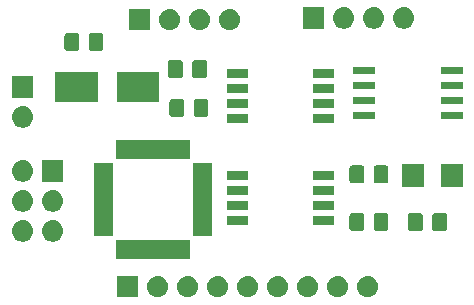
<source format=gbr>
G04 #@! TF.GenerationSoftware,KiCad,Pcbnew,(5.1.4)-1*
G04 #@! TF.CreationDate,2019-10-17T13:45:54+02:00*
G04 #@! TF.ProjectId,Project3_ArduinoClone,50726f6a-6563-4743-935f-41726475696e,v1*
G04 #@! TF.SameCoordinates,Original*
G04 #@! TF.FileFunction,Soldermask,Top*
G04 #@! TF.FilePolarity,Negative*
%FSLAX46Y46*%
G04 Gerber Fmt 4.6, Leading zero omitted, Abs format (unit mm)*
G04 Created by KiCad (PCBNEW (5.1.4)-1) date 2019-10-17 13:45:54*
%MOMM*%
%LPD*%
G04 APERTURE LIST*
%ADD10C,0.100000*%
G04 APERTURE END LIST*
D10*
G36*
X108822442Y-143758518D02*
G01*
X108888627Y-143765037D01*
X109058466Y-143816557D01*
X109214991Y-143900222D01*
X109250729Y-143929552D01*
X109352186Y-144012814D01*
X109435448Y-144114271D01*
X109464778Y-144150009D01*
X109548443Y-144306534D01*
X109599963Y-144476373D01*
X109617359Y-144653000D01*
X109599963Y-144829627D01*
X109548443Y-144999466D01*
X109464778Y-145155991D01*
X109435448Y-145191729D01*
X109352186Y-145293186D01*
X109250729Y-145376448D01*
X109214991Y-145405778D01*
X109058466Y-145489443D01*
X108888627Y-145540963D01*
X108822443Y-145547481D01*
X108756260Y-145554000D01*
X108667740Y-145554000D01*
X108601557Y-145547481D01*
X108535373Y-145540963D01*
X108365534Y-145489443D01*
X108209009Y-145405778D01*
X108173271Y-145376448D01*
X108071814Y-145293186D01*
X107988552Y-145191729D01*
X107959222Y-145155991D01*
X107875557Y-144999466D01*
X107824037Y-144829627D01*
X107806641Y-144653000D01*
X107824037Y-144476373D01*
X107875557Y-144306534D01*
X107959222Y-144150009D01*
X107988552Y-144114271D01*
X108071814Y-144012814D01*
X108173271Y-143929552D01*
X108209009Y-143900222D01*
X108365534Y-143816557D01*
X108535373Y-143765037D01*
X108601558Y-143758518D01*
X108667740Y-143752000D01*
X108756260Y-143752000D01*
X108822442Y-143758518D01*
X108822442Y-143758518D01*
G37*
G36*
X106282442Y-143758518D02*
G01*
X106348627Y-143765037D01*
X106518466Y-143816557D01*
X106674991Y-143900222D01*
X106710729Y-143929552D01*
X106812186Y-144012814D01*
X106895448Y-144114271D01*
X106924778Y-144150009D01*
X107008443Y-144306534D01*
X107059963Y-144476373D01*
X107077359Y-144653000D01*
X107059963Y-144829627D01*
X107008443Y-144999466D01*
X106924778Y-145155991D01*
X106895448Y-145191729D01*
X106812186Y-145293186D01*
X106710729Y-145376448D01*
X106674991Y-145405778D01*
X106518466Y-145489443D01*
X106348627Y-145540963D01*
X106282443Y-145547481D01*
X106216260Y-145554000D01*
X106127740Y-145554000D01*
X106061557Y-145547481D01*
X105995373Y-145540963D01*
X105825534Y-145489443D01*
X105669009Y-145405778D01*
X105633271Y-145376448D01*
X105531814Y-145293186D01*
X105448552Y-145191729D01*
X105419222Y-145155991D01*
X105335557Y-144999466D01*
X105284037Y-144829627D01*
X105266641Y-144653000D01*
X105284037Y-144476373D01*
X105335557Y-144306534D01*
X105419222Y-144150009D01*
X105448552Y-144114271D01*
X105531814Y-144012814D01*
X105633271Y-143929552D01*
X105669009Y-143900222D01*
X105825534Y-143816557D01*
X105995373Y-143765037D01*
X106061558Y-143758518D01*
X106127740Y-143752000D01*
X106216260Y-143752000D01*
X106282442Y-143758518D01*
X106282442Y-143758518D01*
G37*
G36*
X89293000Y-145554000D02*
G01*
X87491000Y-145554000D01*
X87491000Y-143752000D01*
X89293000Y-143752000D01*
X89293000Y-145554000D01*
X89293000Y-145554000D01*
G37*
G36*
X91042442Y-143758518D02*
G01*
X91108627Y-143765037D01*
X91278466Y-143816557D01*
X91434991Y-143900222D01*
X91470729Y-143929552D01*
X91572186Y-144012814D01*
X91655448Y-144114271D01*
X91684778Y-144150009D01*
X91768443Y-144306534D01*
X91819963Y-144476373D01*
X91837359Y-144653000D01*
X91819963Y-144829627D01*
X91768443Y-144999466D01*
X91684778Y-145155991D01*
X91655448Y-145191729D01*
X91572186Y-145293186D01*
X91470729Y-145376448D01*
X91434991Y-145405778D01*
X91278466Y-145489443D01*
X91108627Y-145540963D01*
X91042443Y-145547481D01*
X90976260Y-145554000D01*
X90887740Y-145554000D01*
X90821557Y-145547481D01*
X90755373Y-145540963D01*
X90585534Y-145489443D01*
X90429009Y-145405778D01*
X90393271Y-145376448D01*
X90291814Y-145293186D01*
X90208552Y-145191729D01*
X90179222Y-145155991D01*
X90095557Y-144999466D01*
X90044037Y-144829627D01*
X90026641Y-144653000D01*
X90044037Y-144476373D01*
X90095557Y-144306534D01*
X90179222Y-144150009D01*
X90208552Y-144114271D01*
X90291814Y-144012814D01*
X90393271Y-143929552D01*
X90429009Y-143900222D01*
X90585534Y-143816557D01*
X90755373Y-143765037D01*
X90821558Y-143758518D01*
X90887740Y-143752000D01*
X90976260Y-143752000D01*
X91042442Y-143758518D01*
X91042442Y-143758518D01*
G37*
G36*
X93582442Y-143758518D02*
G01*
X93648627Y-143765037D01*
X93818466Y-143816557D01*
X93974991Y-143900222D01*
X94010729Y-143929552D01*
X94112186Y-144012814D01*
X94195448Y-144114271D01*
X94224778Y-144150009D01*
X94308443Y-144306534D01*
X94359963Y-144476373D01*
X94377359Y-144653000D01*
X94359963Y-144829627D01*
X94308443Y-144999466D01*
X94224778Y-145155991D01*
X94195448Y-145191729D01*
X94112186Y-145293186D01*
X94010729Y-145376448D01*
X93974991Y-145405778D01*
X93818466Y-145489443D01*
X93648627Y-145540963D01*
X93582443Y-145547481D01*
X93516260Y-145554000D01*
X93427740Y-145554000D01*
X93361557Y-145547481D01*
X93295373Y-145540963D01*
X93125534Y-145489443D01*
X92969009Y-145405778D01*
X92933271Y-145376448D01*
X92831814Y-145293186D01*
X92748552Y-145191729D01*
X92719222Y-145155991D01*
X92635557Y-144999466D01*
X92584037Y-144829627D01*
X92566641Y-144653000D01*
X92584037Y-144476373D01*
X92635557Y-144306534D01*
X92719222Y-144150009D01*
X92748552Y-144114271D01*
X92831814Y-144012814D01*
X92933271Y-143929552D01*
X92969009Y-143900222D01*
X93125534Y-143816557D01*
X93295373Y-143765037D01*
X93361558Y-143758518D01*
X93427740Y-143752000D01*
X93516260Y-143752000D01*
X93582442Y-143758518D01*
X93582442Y-143758518D01*
G37*
G36*
X98662442Y-143758518D02*
G01*
X98728627Y-143765037D01*
X98898466Y-143816557D01*
X99054991Y-143900222D01*
X99090729Y-143929552D01*
X99192186Y-144012814D01*
X99275448Y-144114271D01*
X99304778Y-144150009D01*
X99388443Y-144306534D01*
X99439963Y-144476373D01*
X99457359Y-144653000D01*
X99439963Y-144829627D01*
X99388443Y-144999466D01*
X99304778Y-145155991D01*
X99275448Y-145191729D01*
X99192186Y-145293186D01*
X99090729Y-145376448D01*
X99054991Y-145405778D01*
X98898466Y-145489443D01*
X98728627Y-145540963D01*
X98662443Y-145547481D01*
X98596260Y-145554000D01*
X98507740Y-145554000D01*
X98441557Y-145547481D01*
X98375373Y-145540963D01*
X98205534Y-145489443D01*
X98049009Y-145405778D01*
X98013271Y-145376448D01*
X97911814Y-145293186D01*
X97828552Y-145191729D01*
X97799222Y-145155991D01*
X97715557Y-144999466D01*
X97664037Y-144829627D01*
X97646641Y-144653000D01*
X97664037Y-144476373D01*
X97715557Y-144306534D01*
X97799222Y-144150009D01*
X97828552Y-144114271D01*
X97911814Y-144012814D01*
X98013271Y-143929552D01*
X98049009Y-143900222D01*
X98205534Y-143816557D01*
X98375373Y-143765037D01*
X98441558Y-143758518D01*
X98507740Y-143752000D01*
X98596260Y-143752000D01*
X98662442Y-143758518D01*
X98662442Y-143758518D01*
G37*
G36*
X101202442Y-143758518D02*
G01*
X101268627Y-143765037D01*
X101438466Y-143816557D01*
X101594991Y-143900222D01*
X101630729Y-143929552D01*
X101732186Y-144012814D01*
X101815448Y-144114271D01*
X101844778Y-144150009D01*
X101928443Y-144306534D01*
X101979963Y-144476373D01*
X101997359Y-144653000D01*
X101979963Y-144829627D01*
X101928443Y-144999466D01*
X101844778Y-145155991D01*
X101815448Y-145191729D01*
X101732186Y-145293186D01*
X101630729Y-145376448D01*
X101594991Y-145405778D01*
X101438466Y-145489443D01*
X101268627Y-145540963D01*
X101202443Y-145547481D01*
X101136260Y-145554000D01*
X101047740Y-145554000D01*
X100981557Y-145547481D01*
X100915373Y-145540963D01*
X100745534Y-145489443D01*
X100589009Y-145405778D01*
X100553271Y-145376448D01*
X100451814Y-145293186D01*
X100368552Y-145191729D01*
X100339222Y-145155991D01*
X100255557Y-144999466D01*
X100204037Y-144829627D01*
X100186641Y-144653000D01*
X100204037Y-144476373D01*
X100255557Y-144306534D01*
X100339222Y-144150009D01*
X100368552Y-144114271D01*
X100451814Y-144012814D01*
X100553271Y-143929552D01*
X100589009Y-143900222D01*
X100745534Y-143816557D01*
X100915373Y-143765037D01*
X100981558Y-143758518D01*
X101047740Y-143752000D01*
X101136260Y-143752000D01*
X101202442Y-143758518D01*
X101202442Y-143758518D01*
G37*
G36*
X103742442Y-143758518D02*
G01*
X103808627Y-143765037D01*
X103978466Y-143816557D01*
X104134991Y-143900222D01*
X104170729Y-143929552D01*
X104272186Y-144012814D01*
X104355448Y-144114271D01*
X104384778Y-144150009D01*
X104468443Y-144306534D01*
X104519963Y-144476373D01*
X104537359Y-144653000D01*
X104519963Y-144829627D01*
X104468443Y-144999466D01*
X104384778Y-145155991D01*
X104355448Y-145191729D01*
X104272186Y-145293186D01*
X104170729Y-145376448D01*
X104134991Y-145405778D01*
X103978466Y-145489443D01*
X103808627Y-145540963D01*
X103742443Y-145547481D01*
X103676260Y-145554000D01*
X103587740Y-145554000D01*
X103521557Y-145547481D01*
X103455373Y-145540963D01*
X103285534Y-145489443D01*
X103129009Y-145405778D01*
X103093271Y-145376448D01*
X102991814Y-145293186D01*
X102908552Y-145191729D01*
X102879222Y-145155991D01*
X102795557Y-144999466D01*
X102744037Y-144829627D01*
X102726641Y-144653000D01*
X102744037Y-144476373D01*
X102795557Y-144306534D01*
X102879222Y-144150009D01*
X102908552Y-144114271D01*
X102991814Y-144012814D01*
X103093271Y-143929552D01*
X103129009Y-143900222D01*
X103285534Y-143816557D01*
X103455373Y-143765037D01*
X103521558Y-143758518D01*
X103587740Y-143752000D01*
X103676260Y-143752000D01*
X103742442Y-143758518D01*
X103742442Y-143758518D01*
G37*
G36*
X96122442Y-143758518D02*
G01*
X96188627Y-143765037D01*
X96358466Y-143816557D01*
X96514991Y-143900222D01*
X96550729Y-143929552D01*
X96652186Y-144012814D01*
X96735448Y-144114271D01*
X96764778Y-144150009D01*
X96848443Y-144306534D01*
X96899963Y-144476373D01*
X96917359Y-144653000D01*
X96899963Y-144829627D01*
X96848443Y-144999466D01*
X96764778Y-145155991D01*
X96735448Y-145191729D01*
X96652186Y-145293186D01*
X96550729Y-145376448D01*
X96514991Y-145405778D01*
X96358466Y-145489443D01*
X96188627Y-145540963D01*
X96122443Y-145547481D01*
X96056260Y-145554000D01*
X95967740Y-145554000D01*
X95901557Y-145547481D01*
X95835373Y-145540963D01*
X95665534Y-145489443D01*
X95509009Y-145405778D01*
X95473271Y-145376448D01*
X95371814Y-145293186D01*
X95288552Y-145191729D01*
X95259222Y-145155991D01*
X95175557Y-144999466D01*
X95124037Y-144829627D01*
X95106641Y-144653000D01*
X95124037Y-144476373D01*
X95175557Y-144306534D01*
X95259222Y-144150009D01*
X95288552Y-144114271D01*
X95371814Y-144012814D01*
X95473271Y-143929552D01*
X95509009Y-143900222D01*
X95665534Y-143816557D01*
X95835373Y-143765037D01*
X95901558Y-143758518D01*
X95967740Y-143752000D01*
X96056260Y-143752000D01*
X96122442Y-143758518D01*
X96122442Y-143758518D01*
G37*
G36*
X93677000Y-142288000D02*
G01*
X87425000Y-142288000D01*
X87425000Y-140686000D01*
X93677000Y-140686000D01*
X93677000Y-142288000D01*
X93677000Y-142288000D01*
G37*
G36*
X82152442Y-139059518D02*
G01*
X82218627Y-139066037D01*
X82388466Y-139117557D01*
X82544991Y-139201222D01*
X82580729Y-139230552D01*
X82682186Y-139313814D01*
X82765448Y-139415271D01*
X82794778Y-139451009D01*
X82878443Y-139607534D01*
X82929963Y-139777373D01*
X82947359Y-139954000D01*
X82929963Y-140130627D01*
X82878443Y-140300466D01*
X82794778Y-140456991D01*
X82765448Y-140492729D01*
X82682186Y-140594186D01*
X82580729Y-140677448D01*
X82544991Y-140706778D01*
X82388466Y-140790443D01*
X82218627Y-140841963D01*
X82152443Y-140848481D01*
X82086260Y-140855000D01*
X81997740Y-140855000D01*
X81931557Y-140848481D01*
X81865373Y-140841963D01*
X81695534Y-140790443D01*
X81539009Y-140706778D01*
X81503271Y-140677448D01*
X81401814Y-140594186D01*
X81318552Y-140492729D01*
X81289222Y-140456991D01*
X81205557Y-140300466D01*
X81154037Y-140130627D01*
X81136641Y-139954000D01*
X81154037Y-139777373D01*
X81205557Y-139607534D01*
X81289222Y-139451009D01*
X81318552Y-139415271D01*
X81401814Y-139313814D01*
X81503271Y-139230552D01*
X81539009Y-139201222D01*
X81695534Y-139117557D01*
X81865373Y-139066037D01*
X81931558Y-139059518D01*
X81997740Y-139053000D01*
X82086260Y-139053000D01*
X82152442Y-139059518D01*
X82152442Y-139059518D01*
G37*
G36*
X79612442Y-139059518D02*
G01*
X79678627Y-139066037D01*
X79848466Y-139117557D01*
X80004991Y-139201222D01*
X80040729Y-139230552D01*
X80142186Y-139313814D01*
X80225448Y-139415271D01*
X80254778Y-139451009D01*
X80338443Y-139607534D01*
X80389963Y-139777373D01*
X80407359Y-139954000D01*
X80389963Y-140130627D01*
X80338443Y-140300466D01*
X80254778Y-140456991D01*
X80225448Y-140492729D01*
X80142186Y-140594186D01*
X80040729Y-140677448D01*
X80004991Y-140706778D01*
X79848466Y-140790443D01*
X79678627Y-140841963D01*
X79612443Y-140848481D01*
X79546260Y-140855000D01*
X79457740Y-140855000D01*
X79391557Y-140848481D01*
X79325373Y-140841963D01*
X79155534Y-140790443D01*
X78999009Y-140706778D01*
X78963271Y-140677448D01*
X78861814Y-140594186D01*
X78778552Y-140492729D01*
X78749222Y-140456991D01*
X78665557Y-140300466D01*
X78614037Y-140130627D01*
X78596641Y-139954000D01*
X78614037Y-139777373D01*
X78665557Y-139607534D01*
X78749222Y-139451009D01*
X78778552Y-139415271D01*
X78861814Y-139313814D01*
X78963271Y-139230552D01*
X78999009Y-139201222D01*
X79155534Y-139117557D01*
X79325373Y-139066037D01*
X79391558Y-139059518D01*
X79457740Y-139053000D01*
X79546260Y-139053000D01*
X79612442Y-139059518D01*
X79612442Y-139059518D01*
G37*
G36*
X87152000Y-140413000D02*
G01*
X85550000Y-140413000D01*
X85550000Y-134161000D01*
X87152000Y-134161000D01*
X87152000Y-140413000D01*
X87152000Y-140413000D01*
G37*
G36*
X95552000Y-140413000D02*
G01*
X93950000Y-140413000D01*
X93950000Y-134161000D01*
X95552000Y-134161000D01*
X95552000Y-140413000D01*
X95552000Y-140413000D01*
G37*
G36*
X110318674Y-138445465D02*
G01*
X110356367Y-138456899D01*
X110391103Y-138475466D01*
X110421548Y-138500452D01*
X110446534Y-138530897D01*
X110465101Y-138565633D01*
X110476535Y-138603326D01*
X110481000Y-138648661D01*
X110481000Y-139735339D01*
X110476535Y-139780674D01*
X110465101Y-139818367D01*
X110446534Y-139853103D01*
X110421548Y-139883548D01*
X110391103Y-139908534D01*
X110356367Y-139927101D01*
X110318674Y-139938535D01*
X110273339Y-139943000D01*
X109436661Y-139943000D01*
X109391326Y-139938535D01*
X109353633Y-139927101D01*
X109318897Y-139908534D01*
X109288452Y-139883548D01*
X109263466Y-139853103D01*
X109244899Y-139818367D01*
X109233465Y-139780674D01*
X109229000Y-139735339D01*
X109229000Y-138648661D01*
X109233465Y-138603326D01*
X109244899Y-138565633D01*
X109263466Y-138530897D01*
X109288452Y-138500452D01*
X109318897Y-138475466D01*
X109353633Y-138456899D01*
X109391326Y-138445465D01*
X109436661Y-138441000D01*
X110273339Y-138441000D01*
X110318674Y-138445465D01*
X110318674Y-138445465D01*
G37*
G36*
X115271674Y-138445465D02*
G01*
X115309367Y-138456899D01*
X115344103Y-138475466D01*
X115374548Y-138500452D01*
X115399534Y-138530897D01*
X115418101Y-138565633D01*
X115429535Y-138603326D01*
X115434000Y-138648661D01*
X115434000Y-139735339D01*
X115429535Y-139780674D01*
X115418101Y-139818367D01*
X115399534Y-139853103D01*
X115374548Y-139883548D01*
X115344103Y-139908534D01*
X115309367Y-139927101D01*
X115271674Y-139938535D01*
X115226339Y-139943000D01*
X114389661Y-139943000D01*
X114344326Y-139938535D01*
X114306633Y-139927101D01*
X114271897Y-139908534D01*
X114241452Y-139883548D01*
X114216466Y-139853103D01*
X114197899Y-139818367D01*
X114186465Y-139780674D01*
X114182000Y-139735339D01*
X114182000Y-138648661D01*
X114186465Y-138603326D01*
X114197899Y-138565633D01*
X114216466Y-138530897D01*
X114241452Y-138500452D01*
X114271897Y-138475466D01*
X114306633Y-138456899D01*
X114344326Y-138445465D01*
X114389661Y-138441000D01*
X115226339Y-138441000D01*
X115271674Y-138445465D01*
X115271674Y-138445465D01*
G37*
G36*
X113221674Y-138445465D02*
G01*
X113259367Y-138456899D01*
X113294103Y-138475466D01*
X113324548Y-138500452D01*
X113349534Y-138530897D01*
X113368101Y-138565633D01*
X113379535Y-138603326D01*
X113384000Y-138648661D01*
X113384000Y-139735339D01*
X113379535Y-139780674D01*
X113368101Y-139818367D01*
X113349534Y-139853103D01*
X113324548Y-139883548D01*
X113294103Y-139908534D01*
X113259367Y-139927101D01*
X113221674Y-139938535D01*
X113176339Y-139943000D01*
X112339661Y-139943000D01*
X112294326Y-139938535D01*
X112256633Y-139927101D01*
X112221897Y-139908534D01*
X112191452Y-139883548D01*
X112166466Y-139853103D01*
X112147899Y-139818367D01*
X112136465Y-139780674D01*
X112132000Y-139735339D01*
X112132000Y-138648661D01*
X112136465Y-138603326D01*
X112147899Y-138565633D01*
X112166466Y-138530897D01*
X112191452Y-138500452D01*
X112221897Y-138475466D01*
X112256633Y-138456899D01*
X112294326Y-138445465D01*
X112339661Y-138441000D01*
X113176339Y-138441000D01*
X113221674Y-138445465D01*
X113221674Y-138445465D01*
G37*
G36*
X108268674Y-138445465D02*
G01*
X108306367Y-138456899D01*
X108341103Y-138475466D01*
X108371548Y-138500452D01*
X108396534Y-138530897D01*
X108415101Y-138565633D01*
X108426535Y-138603326D01*
X108431000Y-138648661D01*
X108431000Y-139735339D01*
X108426535Y-139780674D01*
X108415101Y-139818367D01*
X108396534Y-139853103D01*
X108371548Y-139883548D01*
X108341103Y-139908534D01*
X108306367Y-139927101D01*
X108268674Y-139938535D01*
X108223339Y-139943000D01*
X107386661Y-139943000D01*
X107341326Y-139938535D01*
X107303633Y-139927101D01*
X107268897Y-139908534D01*
X107238452Y-139883548D01*
X107213466Y-139853103D01*
X107194899Y-139818367D01*
X107183465Y-139780674D01*
X107179000Y-139735339D01*
X107179000Y-138648661D01*
X107183465Y-138603326D01*
X107194899Y-138565633D01*
X107213466Y-138530897D01*
X107238452Y-138500452D01*
X107268897Y-138475466D01*
X107303633Y-138456899D01*
X107341326Y-138445465D01*
X107386661Y-138441000D01*
X108223339Y-138441000D01*
X108268674Y-138445465D01*
X108268674Y-138445465D01*
G37*
G36*
X98597000Y-139441000D02*
G01*
X96795000Y-139441000D01*
X96795000Y-138689000D01*
X98597000Y-138689000D01*
X98597000Y-139441000D01*
X98597000Y-139441000D01*
G37*
G36*
X105897000Y-139441000D02*
G01*
X104095000Y-139441000D01*
X104095000Y-138689000D01*
X105897000Y-138689000D01*
X105897000Y-139441000D01*
X105897000Y-139441000D01*
G37*
G36*
X82152442Y-136519518D02*
G01*
X82218627Y-136526037D01*
X82388466Y-136577557D01*
X82544991Y-136661222D01*
X82580729Y-136690552D01*
X82682186Y-136773814D01*
X82765448Y-136875271D01*
X82794778Y-136911009D01*
X82878443Y-137067534D01*
X82929963Y-137237373D01*
X82947359Y-137414000D01*
X82929963Y-137590627D01*
X82878443Y-137760466D01*
X82794778Y-137916991D01*
X82765448Y-137952729D01*
X82682186Y-138054186D01*
X82580729Y-138137448D01*
X82544991Y-138166778D01*
X82388466Y-138250443D01*
X82218627Y-138301963D01*
X82152442Y-138308482D01*
X82086260Y-138315000D01*
X81997740Y-138315000D01*
X81931558Y-138308482D01*
X81865373Y-138301963D01*
X81695534Y-138250443D01*
X81539009Y-138166778D01*
X81503271Y-138137448D01*
X81401814Y-138054186D01*
X81318552Y-137952729D01*
X81289222Y-137916991D01*
X81205557Y-137760466D01*
X81154037Y-137590627D01*
X81136641Y-137414000D01*
X81154037Y-137237373D01*
X81205557Y-137067534D01*
X81289222Y-136911009D01*
X81318552Y-136875271D01*
X81401814Y-136773814D01*
X81503271Y-136690552D01*
X81539009Y-136661222D01*
X81695534Y-136577557D01*
X81865373Y-136526037D01*
X81931558Y-136519518D01*
X81997740Y-136513000D01*
X82086260Y-136513000D01*
X82152442Y-136519518D01*
X82152442Y-136519518D01*
G37*
G36*
X79612442Y-136519518D02*
G01*
X79678627Y-136526037D01*
X79848466Y-136577557D01*
X80004991Y-136661222D01*
X80040729Y-136690552D01*
X80142186Y-136773814D01*
X80225448Y-136875271D01*
X80254778Y-136911009D01*
X80338443Y-137067534D01*
X80389963Y-137237373D01*
X80407359Y-137414000D01*
X80389963Y-137590627D01*
X80338443Y-137760466D01*
X80254778Y-137916991D01*
X80225448Y-137952729D01*
X80142186Y-138054186D01*
X80040729Y-138137448D01*
X80004991Y-138166778D01*
X79848466Y-138250443D01*
X79678627Y-138301963D01*
X79612442Y-138308482D01*
X79546260Y-138315000D01*
X79457740Y-138315000D01*
X79391558Y-138308482D01*
X79325373Y-138301963D01*
X79155534Y-138250443D01*
X78999009Y-138166778D01*
X78963271Y-138137448D01*
X78861814Y-138054186D01*
X78778552Y-137952729D01*
X78749222Y-137916991D01*
X78665557Y-137760466D01*
X78614037Y-137590627D01*
X78596641Y-137414000D01*
X78614037Y-137237373D01*
X78665557Y-137067534D01*
X78749222Y-136911009D01*
X78778552Y-136875271D01*
X78861814Y-136773814D01*
X78963271Y-136690552D01*
X78999009Y-136661222D01*
X79155534Y-136577557D01*
X79325373Y-136526037D01*
X79391558Y-136519518D01*
X79457740Y-136513000D01*
X79546260Y-136513000D01*
X79612442Y-136519518D01*
X79612442Y-136519518D01*
G37*
G36*
X105897000Y-138171000D02*
G01*
X104095000Y-138171000D01*
X104095000Y-137419000D01*
X105897000Y-137419000D01*
X105897000Y-138171000D01*
X105897000Y-138171000D01*
G37*
G36*
X98597000Y-138171000D02*
G01*
X96795000Y-138171000D01*
X96795000Y-137419000D01*
X98597000Y-137419000D01*
X98597000Y-138171000D01*
X98597000Y-138171000D01*
G37*
G36*
X105897000Y-136901000D02*
G01*
X104095000Y-136901000D01*
X104095000Y-136149000D01*
X105897000Y-136149000D01*
X105897000Y-136901000D01*
X105897000Y-136901000D01*
G37*
G36*
X98597000Y-136901000D02*
G01*
X96795000Y-136901000D01*
X96795000Y-136149000D01*
X98597000Y-136149000D01*
X98597000Y-136901000D01*
X98597000Y-136901000D01*
G37*
G36*
X113500000Y-136206000D02*
G01*
X111648000Y-136206000D01*
X111648000Y-134304000D01*
X113500000Y-134304000D01*
X113500000Y-136206000D01*
X113500000Y-136206000D01*
G37*
G36*
X116750000Y-136206000D02*
G01*
X114898000Y-136206000D01*
X114898000Y-134304000D01*
X116750000Y-134304000D01*
X116750000Y-136206000D01*
X116750000Y-136206000D01*
G37*
G36*
X108268674Y-134413465D02*
G01*
X108306367Y-134424899D01*
X108341103Y-134443466D01*
X108371548Y-134468452D01*
X108396534Y-134498897D01*
X108415101Y-134533633D01*
X108426535Y-134571326D01*
X108431000Y-134616661D01*
X108431000Y-135703339D01*
X108426535Y-135748674D01*
X108415101Y-135786367D01*
X108396534Y-135821103D01*
X108371548Y-135851548D01*
X108341103Y-135876534D01*
X108306367Y-135895101D01*
X108268674Y-135906535D01*
X108223339Y-135911000D01*
X107386661Y-135911000D01*
X107341326Y-135906535D01*
X107303633Y-135895101D01*
X107268897Y-135876534D01*
X107238452Y-135851548D01*
X107213466Y-135821103D01*
X107194899Y-135786367D01*
X107183465Y-135748674D01*
X107179000Y-135703339D01*
X107179000Y-134616661D01*
X107183465Y-134571326D01*
X107194899Y-134533633D01*
X107213466Y-134498897D01*
X107238452Y-134468452D01*
X107268897Y-134443466D01*
X107303633Y-134424899D01*
X107341326Y-134413465D01*
X107386661Y-134409000D01*
X108223339Y-134409000D01*
X108268674Y-134413465D01*
X108268674Y-134413465D01*
G37*
G36*
X110318674Y-134413465D02*
G01*
X110356367Y-134424899D01*
X110391103Y-134443466D01*
X110421548Y-134468452D01*
X110446534Y-134498897D01*
X110465101Y-134533633D01*
X110476535Y-134571326D01*
X110481000Y-134616661D01*
X110481000Y-135703339D01*
X110476535Y-135748674D01*
X110465101Y-135786367D01*
X110446534Y-135821103D01*
X110421548Y-135851548D01*
X110391103Y-135876534D01*
X110356367Y-135895101D01*
X110318674Y-135906535D01*
X110273339Y-135911000D01*
X109436661Y-135911000D01*
X109391326Y-135906535D01*
X109353633Y-135895101D01*
X109318897Y-135876534D01*
X109288452Y-135851548D01*
X109263466Y-135821103D01*
X109244899Y-135786367D01*
X109233465Y-135748674D01*
X109229000Y-135703339D01*
X109229000Y-134616661D01*
X109233465Y-134571326D01*
X109244899Y-134533633D01*
X109263466Y-134498897D01*
X109288452Y-134468452D01*
X109318897Y-134443466D01*
X109353633Y-134424899D01*
X109391326Y-134413465D01*
X109436661Y-134409000D01*
X110273339Y-134409000D01*
X110318674Y-134413465D01*
X110318674Y-134413465D01*
G37*
G36*
X79612443Y-133979519D02*
G01*
X79678627Y-133986037D01*
X79848466Y-134037557D01*
X80004991Y-134121222D01*
X80040729Y-134150552D01*
X80142186Y-134233814D01*
X80199785Y-134304000D01*
X80254778Y-134371009D01*
X80338443Y-134527534D01*
X80389963Y-134697373D01*
X80407359Y-134874000D01*
X80389963Y-135050627D01*
X80338443Y-135220466D01*
X80254778Y-135376991D01*
X80225448Y-135412729D01*
X80142186Y-135514186D01*
X80040729Y-135597448D01*
X80004991Y-135626778D01*
X80004989Y-135626779D01*
X79883111Y-135691925D01*
X79848466Y-135710443D01*
X79678627Y-135761963D01*
X79612442Y-135768482D01*
X79546260Y-135775000D01*
X79457740Y-135775000D01*
X79391558Y-135768482D01*
X79325373Y-135761963D01*
X79155534Y-135710443D01*
X79120890Y-135691925D01*
X78999011Y-135626779D01*
X78999009Y-135626778D01*
X78963271Y-135597448D01*
X78861814Y-135514186D01*
X78778552Y-135412729D01*
X78749222Y-135376991D01*
X78665557Y-135220466D01*
X78614037Y-135050627D01*
X78596641Y-134874000D01*
X78614037Y-134697373D01*
X78665557Y-134527534D01*
X78749222Y-134371009D01*
X78804215Y-134304000D01*
X78861814Y-134233814D01*
X78963271Y-134150552D01*
X78999009Y-134121222D01*
X79155534Y-134037557D01*
X79325373Y-133986037D01*
X79391557Y-133979519D01*
X79457740Y-133973000D01*
X79546260Y-133973000D01*
X79612443Y-133979519D01*
X79612443Y-133979519D01*
G37*
G36*
X82943000Y-135775000D02*
G01*
X81141000Y-135775000D01*
X81141000Y-133973000D01*
X82943000Y-133973000D01*
X82943000Y-135775000D01*
X82943000Y-135775000D01*
G37*
G36*
X98597000Y-135631000D02*
G01*
X96795000Y-135631000D01*
X96795000Y-134879000D01*
X98597000Y-134879000D01*
X98597000Y-135631000D01*
X98597000Y-135631000D01*
G37*
G36*
X105897000Y-135631000D02*
G01*
X104095000Y-135631000D01*
X104095000Y-134879000D01*
X105897000Y-134879000D01*
X105897000Y-135631000D01*
X105897000Y-135631000D01*
G37*
G36*
X93677000Y-133888000D02*
G01*
X87425000Y-133888000D01*
X87425000Y-132286000D01*
X93677000Y-132286000D01*
X93677000Y-133888000D01*
X93677000Y-133888000D01*
G37*
G36*
X79612443Y-129407519D02*
G01*
X79678627Y-129414037D01*
X79848466Y-129465557D01*
X80004991Y-129549222D01*
X80040729Y-129578552D01*
X80142186Y-129661814D01*
X80225448Y-129763271D01*
X80254778Y-129799009D01*
X80338443Y-129955534D01*
X80389963Y-130125373D01*
X80407359Y-130302000D01*
X80389963Y-130478627D01*
X80338443Y-130648466D01*
X80254778Y-130804991D01*
X80225448Y-130840729D01*
X80142186Y-130942186D01*
X80040729Y-131025448D01*
X80004991Y-131054778D01*
X79848466Y-131138443D01*
X79678627Y-131189963D01*
X79612442Y-131196482D01*
X79546260Y-131203000D01*
X79457740Y-131203000D01*
X79391558Y-131196482D01*
X79325373Y-131189963D01*
X79155534Y-131138443D01*
X78999009Y-131054778D01*
X78963271Y-131025448D01*
X78861814Y-130942186D01*
X78778552Y-130840729D01*
X78749222Y-130804991D01*
X78665557Y-130648466D01*
X78614037Y-130478627D01*
X78596641Y-130302000D01*
X78614037Y-130125373D01*
X78665557Y-129955534D01*
X78749222Y-129799009D01*
X78778552Y-129763271D01*
X78861814Y-129661814D01*
X78963271Y-129578552D01*
X78999009Y-129549222D01*
X79155534Y-129465557D01*
X79325373Y-129414037D01*
X79391557Y-129407519D01*
X79457740Y-129401000D01*
X79546260Y-129401000D01*
X79612443Y-129407519D01*
X79612443Y-129407519D01*
G37*
G36*
X105897000Y-130805000D02*
G01*
X104095000Y-130805000D01*
X104095000Y-130053000D01*
X105897000Y-130053000D01*
X105897000Y-130805000D01*
X105897000Y-130805000D01*
G37*
G36*
X98597000Y-130805000D02*
G01*
X96795000Y-130805000D01*
X96795000Y-130053000D01*
X98597000Y-130053000D01*
X98597000Y-130805000D01*
X98597000Y-130805000D01*
G37*
G36*
X109367000Y-130501000D02*
G01*
X107515000Y-130501000D01*
X107515000Y-129849000D01*
X109367000Y-129849000D01*
X109367000Y-130501000D01*
X109367000Y-130501000D01*
G37*
G36*
X116767000Y-130501000D02*
G01*
X114915000Y-130501000D01*
X114915000Y-129849000D01*
X116767000Y-129849000D01*
X116767000Y-130501000D01*
X116767000Y-130501000D01*
G37*
G36*
X93028674Y-128793465D02*
G01*
X93066367Y-128804899D01*
X93101103Y-128823466D01*
X93131548Y-128848452D01*
X93156534Y-128878897D01*
X93175101Y-128913633D01*
X93186535Y-128951326D01*
X93191000Y-128996661D01*
X93191000Y-130083339D01*
X93186535Y-130128674D01*
X93175101Y-130166367D01*
X93156534Y-130201103D01*
X93131548Y-130231548D01*
X93101103Y-130256534D01*
X93066367Y-130275101D01*
X93028674Y-130286535D01*
X92983339Y-130291000D01*
X92146661Y-130291000D01*
X92101326Y-130286535D01*
X92063633Y-130275101D01*
X92028897Y-130256534D01*
X91998452Y-130231548D01*
X91973466Y-130201103D01*
X91954899Y-130166367D01*
X91943465Y-130128674D01*
X91939000Y-130083339D01*
X91939000Y-128996661D01*
X91943465Y-128951326D01*
X91954899Y-128913633D01*
X91973466Y-128878897D01*
X91998452Y-128848452D01*
X92028897Y-128823466D01*
X92063633Y-128804899D01*
X92101326Y-128793465D01*
X92146661Y-128789000D01*
X92983339Y-128789000D01*
X93028674Y-128793465D01*
X93028674Y-128793465D01*
G37*
G36*
X95078674Y-128793465D02*
G01*
X95116367Y-128804899D01*
X95151103Y-128823466D01*
X95181548Y-128848452D01*
X95206534Y-128878897D01*
X95225101Y-128913633D01*
X95236535Y-128951326D01*
X95241000Y-128996661D01*
X95241000Y-130083339D01*
X95236535Y-130128674D01*
X95225101Y-130166367D01*
X95206534Y-130201103D01*
X95181548Y-130231548D01*
X95151103Y-130256534D01*
X95116367Y-130275101D01*
X95078674Y-130286535D01*
X95033339Y-130291000D01*
X94196661Y-130291000D01*
X94151326Y-130286535D01*
X94113633Y-130275101D01*
X94078897Y-130256534D01*
X94048452Y-130231548D01*
X94023466Y-130201103D01*
X94004899Y-130166367D01*
X93993465Y-130128674D01*
X93989000Y-130083339D01*
X93989000Y-128996661D01*
X93993465Y-128951326D01*
X94004899Y-128913633D01*
X94023466Y-128878897D01*
X94048452Y-128848452D01*
X94078897Y-128823466D01*
X94113633Y-128804899D01*
X94151326Y-128793465D01*
X94196661Y-128789000D01*
X95033339Y-128789000D01*
X95078674Y-128793465D01*
X95078674Y-128793465D01*
G37*
G36*
X98597000Y-129535000D02*
G01*
X96795000Y-129535000D01*
X96795000Y-128783000D01*
X98597000Y-128783000D01*
X98597000Y-129535000D01*
X98597000Y-129535000D01*
G37*
G36*
X105897000Y-129535000D02*
G01*
X104095000Y-129535000D01*
X104095000Y-128783000D01*
X105897000Y-128783000D01*
X105897000Y-129535000D01*
X105897000Y-129535000D01*
G37*
G36*
X109367000Y-129231000D02*
G01*
X107515000Y-129231000D01*
X107515000Y-128579000D01*
X109367000Y-128579000D01*
X109367000Y-129231000D01*
X109367000Y-129231000D01*
G37*
G36*
X116767000Y-129231000D02*
G01*
X114915000Y-129231000D01*
X114915000Y-128579000D01*
X116767000Y-128579000D01*
X116767000Y-129231000D01*
X116767000Y-129231000D01*
G37*
G36*
X85882000Y-129013000D02*
G01*
X82280000Y-129013000D01*
X82280000Y-126511000D01*
X85882000Y-126511000D01*
X85882000Y-129013000D01*
X85882000Y-129013000D01*
G37*
G36*
X91082000Y-129013000D02*
G01*
X87480000Y-129013000D01*
X87480000Y-126511000D01*
X91082000Y-126511000D01*
X91082000Y-129013000D01*
X91082000Y-129013000D01*
G37*
G36*
X80403000Y-128663000D02*
G01*
X78601000Y-128663000D01*
X78601000Y-126861000D01*
X80403000Y-126861000D01*
X80403000Y-128663000D01*
X80403000Y-128663000D01*
G37*
G36*
X98597000Y-128265000D02*
G01*
X96795000Y-128265000D01*
X96795000Y-127513000D01*
X98597000Y-127513000D01*
X98597000Y-128265000D01*
X98597000Y-128265000D01*
G37*
G36*
X105897000Y-128265000D02*
G01*
X104095000Y-128265000D01*
X104095000Y-127513000D01*
X105897000Y-127513000D01*
X105897000Y-128265000D01*
X105897000Y-128265000D01*
G37*
G36*
X109367000Y-127961000D02*
G01*
X107515000Y-127961000D01*
X107515000Y-127309000D01*
X109367000Y-127309000D01*
X109367000Y-127961000D01*
X109367000Y-127961000D01*
G37*
G36*
X116767000Y-127961000D02*
G01*
X114915000Y-127961000D01*
X114915000Y-127309000D01*
X116767000Y-127309000D01*
X116767000Y-127961000D01*
X116767000Y-127961000D01*
G37*
G36*
X98597000Y-126995000D02*
G01*
X96795000Y-126995000D01*
X96795000Y-126243000D01*
X98597000Y-126243000D01*
X98597000Y-126995000D01*
X98597000Y-126995000D01*
G37*
G36*
X105897000Y-126995000D02*
G01*
X104095000Y-126995000D01*
X104095000Y-126243000D01*
X105897000Y-126243000D01*
X105897000Y-126995000D01*
X105897000Y-126995000D01*
G37*
G36*
X94951674Y-125491465D02*
G01*
X94989367Y-125502899D01*
X95024103Y-125521466D01*
X95054548Y-125546452D01*
X95079534Y-125576897D01*
X95098101Y-125611633D01*
X95109535Y-125649326D01*
X95114000Y-125694661D01*
X95114000Y-126781339D01*
X95109535Y-126826674D01*
X95098101Y-126864367D01*
X95079534Y-126899103D01*
X95054548Y-126929548D01*
X95024103Y-126954534D01*
X94989367Y-126973101D01*
X94951674Y-126984535D01*
X94906339Y-126989000D01*
X94069661Y-126989000D01*
X94024326Y-126984535D01*
X93986633Y-126973101D01*
X93951897Y-126954534D01*
X93921452Y-126929548D01*
X93896466Y-126899103D01*
X93877899Y-126864367D01*
X93866465Y-126826674D01*
X93862000Y-126781339D01*
X93862000Y-125694661D01*
X93866465Y-125649326D01*
X93877899Y-125611633D01*
X93896466Y-125576897D01*
X93921452Y-125546452D01*
X93951897Y-125521466D01*
X93986633Y-125502899D01*
X94024326Y-125491465D01*
X94069661Y-125487000D01*
X94906339Y-125487000D01*
X94951674Y-125491465D01*
X94951674Y-125491465D01*
G37*
G36*
X92901674Y-125491465D02*
G01*
X92939367Y-125502899D01*
X92974103Y-125521466D01*
X93004548Y-125546452D01*
X93029534Y-125576897D01*
X93048101Y-125611633D01*
X93059535Y-125649326D01*
X93064000Y-125694661D01*
X93064000Y-126781339D01*
X93059535Y-126826674D01*
X93048101Y-126864367D01*
X93029534Y-126899103D01*
X93004548Y-126929548D01*
X92974103Y-126954534D01*
X92939367Y-126973101D01*
X92901674Y-126984535D01*
X92856339Y-126989000D01*
X92019661Y-126989000D01*
X91974326Y-126984535D01*
X91936633Y-126973101D01*
X91901897Y-126954534D01*
X91871452Y-126929548D01*
X91846466Y-126899103D01*
X91827899Y-126864367D01*
X91816465Y-126826674D01*
X91812000Y-126781339D01*
X91812000Y-125694661D01*
X91816465Y-125649326D01*
X91827899Y-125611633D01*
X91846466Y-125576897D01*
X91871452Y-125546452D01*
X91901897Y-125521466D01*
X91936633Y-125502899D01*
X91974326Y-125491465D01*
X92019661Y-125487000D01*
X92856339Y-125487000D01*
X92901674Y-125491465D01*
X92901674Y-125491465D01*
G37*
G36*
X109367000Y-126691000D02*
G01*
X107515000Y-126691000D01*
X107515000Y-126039000D01*
X109367000Y-126039000D01*
X109367000Y-126691000D01*
X109367000Y-126691000D01*
G37*
G36*
X116767000Y-126691000D02*
G01*
X114915000Y-126691000D01*
X114915000Y-126039000D01*
X116767000Y-126039000D01*
X116767000Y-126691000D01*
X116767000Y-126691000D01*
G37*
G36*
X84138674Y-123205465D02*
G01*
X84176367Y-123216899D01*
X84211103Y-123235466D01*
X84241548Y-123260452D01*
X84266534Y-123290897D01*
X84285101Y-123325633D01*
X84296535Y-123363326D01*
X84301000Y-123408661D01*
X84301000Y-124495339D01*
X84296535Y-124540674D01*
X84285101Y-124578367D01*
X84266534Y-124613103D01*
X84241548Y-124643548D01*
X84211103Y-124668534D01*
X84176367Y-124687101D01*
X84138674Y-124698535D01*
X84093339Y-124703000D01*
X83256661Y-124703000D01*
X83211326Y-124698535D01*
X83173633Y-124687101D01*
X83138897Y-124668534D01*
X83108452Y-124643548D01*
X83083466Y-124613103D01*
X83064899Y-124578367D01*
X83053465Y-124540674D01*
X83049000Y-124495339D01*
X83049000Y-123408661D01*
X83053465Y-123363326D01*
X83064899Y-123325633D01*
X83083466Y-123290897D01*
X83108452Y-123260452D01*
X83138897Y-123235466D01*
X83173633Y-123216899D01*
X83211326Y-123205465D01*
X83256661Y-123201000D01*
X84093339Y-123201000D01*
X84138674Y-123205465D01*
X84138674Y-123205465D01*
G37*
G36*
X86188674Y-123205465D02*
G01*
X86226367Y-123216899D01*
X86261103Y-123235466D01*
X86291548Y-123260452D01*
X86316534Y-123290897D01*
X86335101Y-123325633D01*
X86346535Y-123363326D01*
X86351000Y-123408661D01*
X86351000Y-124495339D01*
X86346535Y-124540674D01*
X86335101Y-124578367D01*
X86316534Y-124613103D01*
X86291548Y-124643548D01*
X86261103Y-124668534D01*
X86226367Y-124687101D01*
X86188674Y-124698535D01*
X86143339Y-124703000D01*
X85306661Y-124703000D01*
X85261326Y-124698535D01*
X85223633Y-124687101D01*
X85188897Y-124668534D01*
X85158452Y-124643548D01*
X85133466Y-124613103D01*
X85114899Y-124578367D01*
X85103465Y-124540674D01*
X85099000Y-124495339D01*
X85099000Y-123408661D01*
X85103465Y-123363326D01*
X85114899Y-123325633D01*
X85133466Y-123290897D01*
X85158452Y-123260452D01*
X85188897Y-123235466D01*
X85223633Y-123216899D01*
X85261326Y-123205465D01*
X85306661Y-123201000D01*
X86143339Y-123201000D01*
X86188674Y-123205465D01*
X86188674Y-123205465D01*
G37*
G36*
X97138443Y-121152519D02*
G01*
X97204627Y-121159037D01*
X97374466Y-121210557D01*
X97530991Y-121294222D01*
X97566729Y-121323552D01*
X97668186Y-121406814D01*
X97751448Y-121508271D01*
X97780778Y-121544009D01*
X97864443Y-121700534D01*
X97915963Y-121870373D01*
X97933359Y-122047000D01*
X97915963Y-122223627D01*
X97864443Y-122393466D01*
X97780778Y-122549991D01*
X97772411Y-122560186D01*
X97668186Y-122687186D01*
X97566729Y-122770448D01*
X97530991Y-122799778D01*
X97374466Y-122883443D01*
X97204627Y-122934963D01*
X97138442Y-122941482D01*
X97072260Y-122948000D01*
X96983740Y-122948000D01*
X96917558Y-122941482D01*
X96851373Y-122934963D01*
X96681534Y-122883443D01*
X96525009Y-122799778D01*
X96489271Y-122770448D01*
X96387814Y-122687186D01*
X96283589Y-122560186D01*
X96275222Y-122549991D01*
X96191557Y-122393466D01*
X96140037Y-122223627D01*
X96122641Y-122047000D01*
X96140037Y-121870373D01*
X96191557Y-121700534D01*
X96275222Y-121544009D01*
X96304552Y-121508271D01*
X96387814Y-121406814D01*
X96489271Y-121323552D01*
X96525009Y-121294222D01*
X96681534Y-121210557D01*
X96851373Y-121159037D01*
X96917557Y-121152519D01*
X96983740Y-121146000D01*
X97072260Y-121146000D01*
X97138443Y-121152519D01*
X97138443Y-121152519D01*
G37*
G36*
X94598443Y-121152519D02*
G01*
X94664627Y-121159037D01*
X94834466Y-121210557D01*
X94990991Y-121294222D01*
X95026729Y-121323552D01*
X95128186Y-121406814D01*
X95211448Y-121508271D01*
X95240778Y-121544009D01*
X95324443Y-121700534D01*
X95375963Y-121870373D01*
X95393359Y-122047000D01*
X95375963Y-122223627D01*
X95324443Y-122393466D01*
X95240778Y-122549991D01*
X95232411Y-122560186D01*
X95128186Y-122687186D01*
X95026729Y-122770448D01*
X94990991Y-122799778D01*
X94834466Y-122883443D01*
X94664627Y-122934963D01*
X94598442Y-122941482D01*
X94532260Y-122948000D01*
X94443740Y-122948000D01*
X94377558Y-122941482D01*
X94311373Y-122934963D01*
X94141534Y-122883443D01*
X93985009Y-122799778D01*
X93949271Y-122770448D01*
X93847814Y-122687186D01*
X93743589Y-122560186D01*
X93735222Y-122549991D01*
X93651557Y-122393466D01*
X93600037Y-122223627D01*
X93582641Y-122047000D01*
X93600037Y-121870373D01*
X93651557Y-121700534D01*
X93735222Y-121544009D01*
X93764552Y-121508271D01*
X93847814Y-121406814D01*
X93949271Y-121323552D01*
X93985009Y-121294222D01*
X94141534Y-121210557D01*
X94311373Y-121159037D01*
X94377557Y-121152519D01*
X94443740Y-121146000D01*
X94532260Y-121146000D01*
X94598443Y-121152519D01*
X94598443Y-121152519D01*
G37*
G36*
X92058443Y-121152519D02*
G01*
X92124627Y-121159037D01*
X92294466Y-121210557D01*
X92450991Y-121294222D01*
X92486729Y-121323552D01*
X92588186Y-121406814D01*
X92671448Y-121508271D01*
X92700778Y-121544009D01*
X92784443Y-121700534D01*
X92835963Y-121870373D01*
X92853359Y-122047000D01*
X92835963Y-122223627D01*
X92784443Y-122393466D01*
X92700778Y-122549991D01*
X92692411Y-122560186D01*
X92588186Y-122687186D01*
X92486729Y-122770448D01*
X92450991Y-122799778D01*
X92294466Y-122883443D01*
X92124627Y-122934963D01*
X92058442Y-122941482D01*
X91992260Y-122948000D01*
X91903740Y-122948000D01*
X91837558Y-122941482D01*
X91771373Y-122934963D01*
X91601534Y-122883443D01*
X91445009Y-122799778D01*
X91409271Y-122770448D01*
X91307814Y-122687186D01*
X91203589Y-122560186D01*
X91195222Y-122549991D01*
X91111557Y-122393466D01*
X91060037Y-122223627D01*
X91042641Y-122047000D01*
X91060037Y-121870373D01*
X91111557Y-121700534D01*
X91195222Y-121544009D01*
X91224552Y-121508271D01*
X91307814Y-121406814D01*
X91409271Y-121323552D01*
X91445009Y-121294222D01*
X91601534Y-121210557D01*
X91771373Y-121159037D01*
X91837557Y-121152519D01*
X91903740Y-121146000D01*
X91992260Y-121146000D01*
X92058443Y-121152519D01*
X92058443Y-121152519D01*
G37*
G36*
X90309000Y-122948000D02*
G01*
X88507000Y-122948000D01*
X88507000Y-121146000D01*
X90309000Y-121146000D01*
X90309000Y-122948000D01*
X90309000Y-122948000D01*
G37*
G36*
X111870442Y-121025518D02*
G01*
X111936627Y-121032037D01*
X112106466Y-121083557D01*
X112262991Y-121167222D01*
X112298729Y-121196552D01*
X112400186Y-121279814D01*
X112483448Y-121381271D01*
X112512778Y-121417009D01*
X112596443Y-121573534D01*
X112647963Y-121743373D01*
X112665359Y-121920000D01*
X112647963Y-122096627D01*
X112596443Y-122266466D01*
X112512778Y-122422991D01*
X112483448Y-122458729D01*
X112400186Y-122560186D01*
X112298729Y-122643448D01*
X112262991Y-122672778D01*
X112106466Y-122756443D01*
X111936627Y-122807963D01*
X111870443Y-122814481D01*
X111804260Y-122821000D01*
X111715740Y-122821000D01*
X111649557Y-122814481D01*
X111583373Y-122807963D01*
X111413534Y-122756443D01*
X111257009Y-122672778D01*
X111221271Y-122643448D01*
X111119814Y-122560186D01*
X111036552Y-122458729D01*
X111007222Y-122422991D01*
X110923557Y-122266466D01*
X110872037Y-122096627D01*
X110854641Y-121920000D01*
X110872037Y-121743373D01*
X110923557Y-121573534D01*
X111007222Y-121417009D01*
X111036552Y-121381271D01*
X111119814Y-121279814D01*
X111221271Y-121196552D01*
X111257009Y-121167222D01*
X111413534Y-121083557D01*
X111583373Y-121032037D01*
X111649558Y-121025518D01*
X111715740Y-121019000D01*
X111804260Y-121019000D01*
X111870442Y-121025518D01*
X111870442Y-121025518D01*
G37*
G36*
X109330442Y-121025518D02*
G01*
X109396627Y-121032037D01*
X109566466Y-121083557D01*
X109722991Y-121167222D01*
X109758729Y-121196552D01*
X109860186Y-121279814D01*
X109943448Y-121381271D01*
X109972778Y-121417009D01*
X110056443Y-121573534D01*
X110107963Y-121743373D01*
X110125359Y-121920000D01*
X110107963Y-122096627D01*
X110056443Y-122266466D01*
X109972778Y-122422991D01*
X109943448Y-122458729D01*
X109860186Y-122560186D01*
X109758729Y-122643448D01*
X109722991Y-122672778D01*
X109566466Y-122756443D01*
X109396627Y-122807963D01*
X109330443Y-122814481D01*
X109264260Y-122821000D01*
X109175740Y-122821000D01*
X109109557Y-122814481D01*
X109043373Y-122807963D01*
X108873534Y-122756443D01*
X108717009Y-122672778D01*
X108681271Y-122643448D01*
X108579814Y-122560186D01*
X108496552Y-122458729D01*
X108467222Y-122422991D01*
X108383557Y-122266466D01*
X108332037Y-122096627D01*
X108314641Y-121920000D01*
X108332037Y-121743373D01*
X108383557Y-121573534D01*
X108467222Y-121417009D01*
X108496552Y-121381271D01*
X108579814Y-121279814D01*
X108681271Y-121196552D01*
X108717009Y-121167222D01*
X108873534Y-121083557D01*
X109043373Y-121032037D01*
X109109558Y-121025518D01*
X109175740Y-121019000D01*
X109264260Y-121019000D01*
X109330442Y-121025518D01*
X109330442Y-121025518D01*
G37*
G36*
X106790442Y-121025518D02*
G01*
X106856627Y-121032037D01*
X107026466Y-121083557D01*
X107182991Y-121167222D01*
X107218729Y-121196552D01*
X107320186Y-121279814D01*
X107403448Y-121381271D01*
X107432778Y-121417009D01*
X107516443Y-121573534D01*
X107567963Y-121743373D01*
X107585359Y-121920000D01*
X107567963Y-122096627D01*
X107516443Y-122266466D01*
X107432778Y-122422991D01*
X107403448Y-122458729D01*
X107320186Y-122560186D01*
X107218729Y-122643448D01*
X107182991Y-122672778D01*
X107026466Y-122756443D01*
X106856627Y-122807963D01*
X106790443Y-122814481D01*
X106724260Y-122821000D01*
X106635740Y-122821000D01*
X106569557Y-122814481D01*
X106503373Y-122807963D01*
X106333534Y-122756443D01*
X106177009Y-122672778D01*
X106141271Y-122643448D01*
X106039814Y-122560186D01*
X105956552Y-122458729D01*
X105927222Y-122422991D01*
X105843557Y-122266466D01*
X105792037Y-122096627D01*
X105774641Y-121920000D01*
X105792037Y-121743373D01*
X105843557Y-121573534D01*
X105927222Y-121417009D01*
X105956552Y-121381271D01*
X106039814Y-121279814D01*
X106141271Y-121196552D01*
X106177009Y-121167222D01*
X106333534Y-121083557D01*
X106503373Y-121032037D01*
X106569558Y-121025518D01*
X106635740Y-121019000D01*
X106724260Y-121019000D01*
X106790442Y-121025518D01*
X106790442Y-121025518D01*
G37*
G36*
X105041000Y-122821000D02*
G01*
X103239000Y-122821000D01*
X103239000Y-121019000D01*
X105041000Y-121019000D01*
X105041000Y-122821000D01*
X105041000Y-122821000D01*
G37*
M02*

</source>
